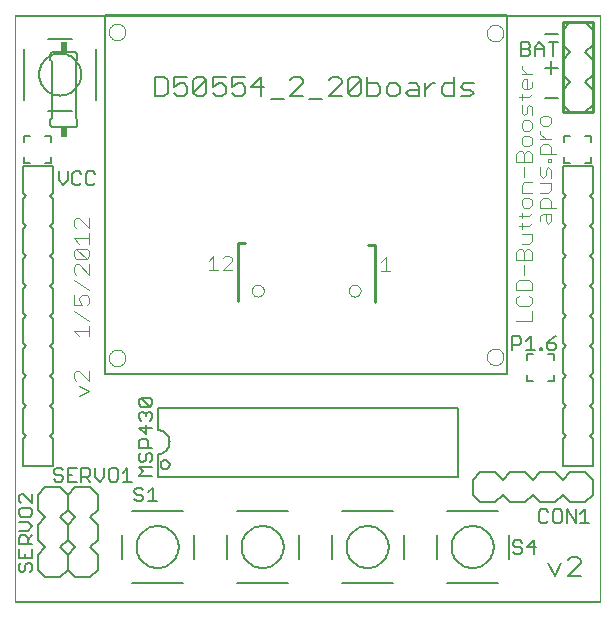
<source format=gto>
G75*
G70*
%OFA0B0*%
%FSLAX24Y24*%
%IPPOS*%
%LPD*%
%AMOC8*
5,1,8,0,0,1.08239X$1,22.5*
%
%ADD10C,0.0000*%
%ADD11C,0.0040*%
%ADD12C,0.0100*%
%ADD13C,0.0060*%
%ADD14C,0.0050*%
%ADD15C,0.0080*%
%ADD16R,0.0240X0.0340*%
D10*
X000736Y000100D02*
X000736Y019663D01*
X020252Y019663D01*
X020250Y019628D02*
X020250Y000128D01*
X000750Y000128D01*
X000750Y019628D01*
X020250Y019628D01*
X016477Y019071D02*
X016479Y019104D01*
X016485Y019136D01*
X016494Y019167D01*
X016507Y019197D01*
X016524Y019225D01*
X016544Y019251D01*
X016567Y019275D01*
X016592Y019295D01*
X016620Y019313D01*
X016649Y019327D01*
X016680Y019337D01*
X016712Y019344D01*
X016745Y019347D01*
X016778Y019346D01*
X016810Y019341D01*
X016841Y019332D01*
X016872Y019320D01*
X016900Y019304D01*
X016927Y019285D01*
X016951Y019263D01*
X016972Y019238D01*
X016991Y019211D01*
X017006Y019182D01*
X017017Y019152D01*
X017025Y019120D01*
X017029Y019087D01*
X017029Y019055D01*
X017025Y019022D01*
X017017Y018990D01*
X017006Y018960D01*
X016991Y018931D01*
X016972Y018904D01*
X016951Y018879D01*
X016927Y018857D01*
X016900Y018838D01*
X016872Y018822D01*
X016841Y018810D01*
X016810Y018801D01*
X016778Y018796D01*
X016745Y018795D01*
X016712Y018798D01*
X016680Y018805D01*
X016649Y018815D01*
X016620Y018829D01*
X016592Y018847D01*
X016567Y018867D01*
X016544Y018891D01*
X016524Y018917D01*
X016507Y018945D01*
X016494Y018975D01*
X016485Y019006D01*
X016479Y019038D01*
X016477Y019071D01*
X011871Y010489D02*
X011873Y010516D01*
X011879Y010543D01*
X011888Y010569D01*
X011901Y010593D01*
X011917Y010616D01*
X011936Y010635D01*
X011958Y010652D01*
X011982Y010666D01*
X012007Y010676D01*
X012034Y010683D01*
X012061Y010686D01*
X012089Y010685D01*
X012116Y010680D01*
X012142Y010672D01*
X012166Y010660D01*
X012189Y010644D01*
X012210Y010626D01*
X012227Y010605D01*
X012242Y010581D01*
X012253Y010556D01*
X012261Y010530D01*
X012265Y010503D01*
X012265Y010475D01*
X012261Y010448D01*
X012253Y010422D01*
X012242Y010397D01*
X012227Y010373D01*
X012210Y010352D01*
X012189Y010334D01*
X012167Y010318D01*
X012142Y010306D01*
X012116Y010298D01*
X012089Y010293D01*
X012061Y010292D01*
X012034Y010295D01*
X012007Y010302D01*
X011982Y010312D01*
X011958Y010326D01*
X011936Y010343D01*
X011917Y010362D01*
X011901Y010385D01*
X011888Y010409D01*
X011879Y010435D01*
X011873Y010462D01*
X011871Y010489D01*
X008643Y010489D02*
X008645Y010516D01*
X008651Y010543D01*
X008660Y010569D01*
X008673Y010593D01*
X008689Y010616D01*
X008708Y010635D01*
X008730Y010652D01*
X008754Y010666D01*
X008779Y010676D01*
X008806Y010683D01*
X008833Y010686D01*
X008861Y010685D01*
X008888Y010680D01*
X008914Y010672D01*
X008938Y010660D01*
X008961Y010644D01*
X008982Y010626D01*
X008999Y010605D01*
X009014Y010581D01*
X009025Y010556D01*
X009033Y010530D01*
X009037Y010503D01*
X009037Y010475D01*
X009033Y010448D01*
X009025Y010422D01*
X009014Y010397D01*
X008999Y010373D01*
X008982Y010352D01*
X008961Y010334D01*
X008939Y010318D01*
X008914Y010306D01*
X008888Y010298D01*
X008861Y010293D01*
X008833Y010292D01*
X008806Y010295D01*
X008779Y010302D01*
X008754Y010312D01*
X008730Y010326D01*
X008708Y010343D01*
X008689Y010362D01*
X008673Y010385D01*
X008660Y010409D01*
X008651Y010435D01*
X008645Y010462D01*
X008643Y010489D01*
X003879Y008245D02*
X003881Y008278D01*
X003887Y008310D01*
X003896Y008341D01*
X003909Y008371D01*
X003926Y008399D01*
X003946Y008425D01*
X003969Y008449D01*
X003994Y008469D01*
X004022Y008487D01*
X004051Y008501D01*
X004082Y008511D01*
X004114Y008518D01*
X004147Y008521D01*
X004180Y008520D01*
X004212Y008515D01*
X004243Y008506D01*
X004274Y008494D01*
X004302Y008478D01*
X004329Y008459D01*
X004353Y008437D01*
X004374Y008412D01*
X004393Y008385D01*
X004408Y008356D01*
X004419Y008326D01*
X004427Y008294D01*
X004431Y008261D01*
X004431Y008229D01*
X004427Y008196D01*
X004419Y008164D01*
X004408Y008134D01*
X004393Y008105D01*
X004374Y008078D01*
X004353Y008053D01*
X004329Y008031D01*
X004302Y008012D01*
X004274Y007996D01*
X004243Y007984D01*
X004212Y007975D01*
X004180Y007970D01*
X004147Y007969D01*
X004114Y007972D01*
X004082Y007979D01*
X004051Y007989D01*
X004022Y008003D01*
X003994Y008021D01*
X003969Y008041D01*
X003946Y008065D01*
X003926Y008091D01*
X003909Y008119D01*
X003896Y008149D01*
X003887Y008180D01*
X003881Y008212D01*
X003879Y008245D01*
X000736Y000100D02*
X020252Y000100D01*
X016477Y008284D02*
X016479Y008317D01*
X016485Y008349D01*
X016494Y008380D01*
X016507Y008410D01*
X016524Y008438D01*
X016544Y008464D01*
X016567Y008488D01*
X016592Y008508D01*
X016620Y008526D01*
X016649Y008540D01*
X016680Y008550D01*
X016712Y008557D01*
X016745Y008560D01*
X016778Y008559D01*
X016810Y008554D01*
X016841Y008545D01*
X016872Y008533D01*
X016900Y008517D01*
X016927Y008498D01*
X016951Y008476D01*
X016972Y008451D01*
X016991Y008424D01*
X017006Y008395D01*
X017017Y008365D01*
X017025Y008333D01*
X017029Y008300D01*
X017029Y008268D01*
X017025Y008235D01*
X017017Y008203D01*
X017006Y008173D01*
X016991Y008144D01*
X016972Y008117D01*
X016951Y008092D01*
X016927Y008070D01*
X016900Y008051D01*
X016872Y008035D01*
X016841Y008023D01*
X016810Y008014D01*
X016778Y008009D01*
X016745Y008008D01*
X016712Y008011D01*
X016680Y008018D01*
X016649Y008028D01*
X016620Y008042D01*
X016592Y008060D01*
X016567Y008080D01*
X016544Y008104D01*
X016524Y008130D01*
X016507Y008158D01*
X016494Y008188D01*
X016485Y008219D01*
X016479Y008251D01*
X016477Y008284D01*
X003879Y019111D02*
X003881Y019144D01*
X003887Y019176D01*
X003896Y019207D01*
X003909Y019237D01*
X003926Y019265D01*
X003946Y019291D01*
X003969Y019315D01*
X003994Y019335D01*
X004022Y019353D01*
X004051Y019367D01*
X004082Y019377D01*
X004114Y019384D01*
X004147Y019387D01*
X004180Y019386D01*
X004212Y019381D01*
X004243Y019372D01*
X004274Y019360D01*
X004302Y019344D01*
X004329Y019325D01*
X004353Y019303D01*
X004374Y019278D01*
X004393Y019251D01*
X004408Y019222D01*
X004419Y019192D01*
X004427Y019160D01*
X004431Y019127D01*
X004431Y019095D01*
X004427Y019062D01*
X004419Y019030D01*
X004408Y019000D01*
X004393Y018971D01*
X004374Y018944D01*
X004353Y018919D01*
X004329Y018897D01*
X004302Y018878D01*
X004274Y018862D01*
X004243Y018850D01*
X004212Y018841D01*
X004180Y018836D01*
X004147Y018835D01*
X004114Y018838D01*
X004082Y018845D01*
X004051Y018855D01*
X004022Y018869D01*
X003994Y018887D01*
X003969Y018907D01*
X003946Y018931D01*
X003926Y018957D01*
X003909Y018985D01*
X003896Y019015D01*
X003887Y019046D01*
X003881Y019078D01*
X003879Y019111D01*
D11*
X003230Y012919D02*
X003230Y012572D01*
X002883Y012919D01*
X002796Y012919D01*
X002710Y012832D01*
X002710Y012659D01*
X002796Y012572D01*
X002710Y012230D02*
X003230Y012230D01*
X003230Y012403D02*
X003230Y012056D01*
X003143Y011888D02*
X003230Y011801D01*
X003230Y011627D01*
X003143Y011541D01*
X002796Y011888D01*
X003143Y011888D01*
X002883Y012056D02*
X002710Y012230D01*
X002796Y011888D02*
X002710Y011801D01*
X002710Y011627D01*
X002796Y011541D01*
X003143Y011541D01*
X003230Y011372D02*
X003230Y011025D01*
X002883Y011372D01*
X002796Y011372D01*
X002710Y011285D01*
X002710Y011112D01*
X002796Y011025D01*
X002710Y010856D02*
X003230Y010509D01*
X003143Y010341D02*
X002970Y010341D01*
X002883Y010254D01*
X002883Y010167D01*
X002970Y009994D01*
X002710Y009994D01*
X002710Y010341D01*
X003143Y010341D02*
X003230Y010254D01*
X003230Y010081D01*
X003143Y009994D01*
X002710Y009825D02*
X003230Y009478D01*
X003230Y009309D02*
X003230Y008963D01*
X003230Y009136D02*
X002710Y009136D01*
X002883Y008963D01*
X002883Y007825D02*
X002796Y007825D01*
X002710Y007738D01*
X002710Y007565D01*
X002796Y007478D01*
X002883Y007309D02*
X003230Y007136D01*
X002883Y006963D01*
X003230Y007478D02*
X002883Y007825D01*
X003230Y007825D02*
X003230Y007478D01*
X007206Y011178D02*
X007513Y011178D01*
X007666Y011178D02*
X007973Y011485D01*
X007973Y011562D01*
X007897Y011638D01*
X007743Y011638D01*
X007666Y011562D01*
X007359Y011638D02*
X007359Y011178D01*
X007666Y011178D02*
X007973Y011178D01*
X007359Y011638D02*
X007206Y011485D01*
X012954Y011446D02*
X013108Y011599D01*
X013108Y011139D01*
X013261Y011139D02*
X012954Y011139D01*
X017460Y010754D02*
X017460Y010494D01*
X017980Y010494D01*
X017980Y010754D01*
X017893Y010841D01*
X017546Y010841D01*
X017460Y010754D01*
X017720Y011009D02*
X017720Y011356D01*
X017720Y011525D02*
X017720Y011785D01*
X017807Y011872D01*
X017893Y011872D01*
X017980Y011785D01*
X017980Y011525D01*
X017460Y011525D01*
X017460Y011785D01*
X017546Y011872D01*
X017633Y011872D01*
X017720Y011785D01*
X017633Y012041D02*
X017893Y012041D01*
X017980Y012127D01*
X017980Y012388D01*
X017633Y012388D01*
X017633Y012556D02*
X017633Y012730D01*
X017546Y012643D02*
X017893Y012643D01*
X017980Y012730D01*
X017893Y012987D02*
X017980Y013074D01*
X017893Y012987D02*
X017546Y012987D01*
X017633Y012900D02*
X017633Y013074D01*
X017720Y013244D02*
X017893Y013244D01*
X017980Y013331D01*
X017980Y013504D01*
X017893Y013591D01*
X017720Y013591D01*
X017633Y013504D01*
X017633Y013331D01*
X017720Y013244D01*
X017633Y013760D02*
X017633Y014020D01*
X017720Y014106D01*
X017980Y014106D01*
X018258Y014091D02*
X018605Y014091D01*
X018605Y013831D01*
X018518Y013744D01*
X018258Y013744D01*
X018345Y013575D02*
X018258Y013488D01*
X018258Y013228D01*
X018778Y013228D01*
X018605Y013228D02*
X018605Y013488D01*
X018518Y013575D01*
X018345Y013575D01*
X017980Y013760D02*
X017633Y013760D01*
X017720Y014275D02*
X017720Y014622D01*
X017720Y014791D02*
X017720Y015051D01*
X017807Y015138D01*
X017893Y015138D01*
X017980Y015051D01*
X017980Y014791D01*
X017460Y014791D01*
X017460Y015051D01*
X017546Y015138D01*
X017633Y015138D01*
X017720Y015051D01*
X017720Y015306D02*
X017893Y015306D01*
X017980Y015393D01*
X017980Y015567D01*
X017893Y015653D01*
X017720Y015653D01*
X017633Y015567D01*
X017633Y015393D01*
X017720Y015306D01*
X017720Y015822D02*
X017893Y015822D01*
X017980Y015909D01*
X017980Y016082D01*
X017893Y016169D01*
X017720Y016169D01*
X017633Y016082D01*
X017633Y015909D01*
X017720Y015822D01*
X017720Y016338D02*
X017633Y016424D01*
X017633Y016685D01*
X017633Y016853D02*
X017633Y017027D01*
X017546Y016940D02*
X017893Y016940D01*
X017980Y017027D01*
X017893Y017197D02*
X017720Y017197D01*
X017633Y017284D01*
X017633Y017457D01*
X017720Y017544D01*
X017807Y017544D01*
X017807Y017197D01*
X017893Y017197D02*
X017980Y017284D01*
X017980Y017457D01*
X017980Y017713D02*
X017633Y017713D01*
X017633Y017886D02*
X017633Y017973D01*
X017633Y017886D02*
X017807Y017713D01*
X017893Y016685D02*
X017807Y016598D01*
X017807Y016424D01*
X017720Y016338D01*
X017980Y016338D02*
X017980Y016598D01*
X017893Y016685D01*
X018258Y016238D02*
X018258Y016065D01*
X018345Y015978D01*
X018518Y015978D01*
X018605Y016065D01*
X018605Y016238D01*
X018518Y016325D01*
X018345Y016325D01*
X018258Y016238D01*
X018258Y015809D02*
X018258Y015722D01*
X018432Y015549D01*
X018605Y015549D02*
X018258Y015549D01*
X018345Y015380D02*
X018258Y015293D01*
X018258Y015033D01*
X018778Y015033D01*
X018605Y015033D02*
X018605Y015293D01*
X018518Y015380D01*
X018345Y015380D01*
X018518Y014862D02*
X018605Y014862D01*
X018605Y014775D01*
X018518Y014775D01*
X018518Y014862D01*
X018518Y014606D02*
X018432Y014520D01*
X018432Y014346D01*
X018345Y014259D01*
X018258Y014346D01*
X018258Y014606D01*
X018518Y014606D02*
X018605Y014520D01*
X018605Y014259D01*
X018605Y013059D02*
X018345Y013059D01*
X018258Y012973D01*
X018258Y012799D01*
X018432Y012799D02*
X018432Y013059D01*
X018605Y013059D02*
X018605Y012799D01*
X018518Y012713D01*
X018432Y012799D01*
X017893Y010325D02*
X017980Y010238D01*
X017980Y010065D01*
X017893Y009978D01*
X017546Y009978D01*
X017460Y010065D01*
X017460Y010238D01*
X017546Y010325D01*
X017980Y009809D02*
X017980Y009463D01*
X017460Y009463D01*
D12*
X012737Y010095D02*
X012737Y012024D01*
X012501Y012024D01*
X008406Y012064D02*
X008170Y012064D01*
X008170Y010134D01*
X019000Y016443D02*
X020000Y016443D01*
X020000Y019443D01*
X019000Y019443D01*
X019000Y016443D01*
D13*
X018832Y016918D02*
X018405Y016918D01*
X018619Y017704D02*
X018619Y018131D01*
X018405Y017918D02*
X018832Y017918D01*
X018832Y019043D02*
X018405Y019043D01*
X016037Y017400D02*
X015717Y017400D01*
X015610Y017293D01*
X015717Y017186D01*
X015931Y017186D01*
X016037Y017079D01*
X015931Y016973D01*
X015610Y016973D01*
X015393Y016973D02*
X015073Y016973D01*
X014966Y017079D01*
X014966Y017293D01*
X015073Y017400D01*
X015393Y017400D01*
X015393Y017613D02*
X015393Y016973D01*
X014749Y017400D02*
X014642Y017400D01*
X014429Y017186D01*
X014429Y016973D02*
X014429Y017400D01*
X014211Y017293D02*
X014211Y016973D01*
X013891Y016973D01*
X013784Y017079D01*
X013891Y017186D01*
X014211Y017186D01*
X014211Y017293D02*
X014104Y017400D01*
X013891Y017400D01*
X013567Y017293D02*
X013567Y017079D01*
X013460Y016973D01*
X013246Y016973D01*
X013140Y017079D01*
X013140Y017293D01*
X013246Y017400D01*
X013460Y017400D01*
X013567Y017293D01*
X012922Y017293D02*
X012922Y017079D01*
X012815Y016973D01*
X012495Y016973D01*
X012495Y017613D01*
X012495Y017400D02*
X012815Y017400D01*
X012922Y017293D01*
X012278Y017506D02*
X012278Y017079D01*
X012171Y016973D01*
X011957Y016973D01*
X011850Y017079D01*
X012278Y017506D01*
X012171Y017613D01*
X011957Y017613D01*
X011850Y017506D01*
X011850Y017079D01*
X011633Y016973D02*
X011206Y016973D01*
X011633Y017400D01*
X011633Y017506D01*
X011526Y017613D01*
X011313Y017613D01*
X011206Y017506D01*
X010988Y016866D02*
X010561Y016866D01*
X010344Y016973D02*
X009917Y016973D01*
X010344Y017400D01*
X010344Y017506D01*
X010237Y017613D01*
X010024Y017613D01*
X009917Y017506D01*
X009699Y016866D02*
X009272Y016866D01*
X008948Y016973D02*
X008948Y017613D01*
X008628Y017293D01*
X009055Y017293D01*
X008410Y017293D02*
X008410Y017079D01*
X008303Y016973D01*
X008090Y016973D01*
X007983Y017079D01*
X007983Y017293D02*
X008197Y017400D01*
X008303Y017400D01*
X008410Y017293D01*
X008410Y017613D02*
X007983Y017613D01*
X007983Y017293D01*
X007766Y017293D02*
X007766Y017079D01*
X007659Y016973D01*
X007445Y016973D01*
X007339Y017079D01*
X007339Y017293D02*
X007552Y017400D01*
X007659Y017400D01*
X007766Y017293D01*
X007766Y017613D02*
X007339Y017613D01*
X007339Y017293D01*
X007121Y017506D02*
X007121Y017079D01*
X007014Y016973D01*
X006801Y016973D01*
X006694Y017079D01*
X007121Y017506D01*
X007014Y017613D01*
X006801Y017613D01*
X006694Y017506D01*
X006694Y017079D01*
X006477Y017079D02*
X006370Y016973D01*
X006156Y016973D01*
X006050Y017079D01*
X006050Y017293D02*
X006263Y017400D01*
X006370Y017400D01*
X006477Y017293D01*
X006477Y017079D01*
X006050Y017293D02*
X006050Y017613D01*
X006477Y017613D01*
X005832Y017506D02*
X005832Y017079D01*
X005725Y016973D01*
X005405Y016973D01*
X005405Y017613D01*
X005725Y017613D01*
X005832Y017506D01*
X002825Y018193D02*
X002825Y018343D01*
X002823Y018360D01*
X002819Y018377D01*
X002812Y018393D01*
X002802Y018407D01*
X002789Y018420D01*
X002775Y018430D01*
X002759Y018437D01*
X002742Y018441D01*
X002725Y018443D01*
X002025Y018443D01*
X002008Y018441D01*
X001991Y018437D01*
X001975Y018430D01*
X001961Y018420D01*
X001948Y018407D01*
X001938Y018393D01*
X001931Y018377D01*
X001927Y018360D01*
X001925Y018343D01*
X001925Y018193D01*
X001975Y018143D01*
X001975Y016243D01*
X001925Y016193D01*
X001925Y016043D01*
X001927Y016026D01*
X001931Y016009D01*
X001938Y015993D01*
X001948Y015979D01*
X001961Y015966D01*
X001975Y015956D01*
X001991Y015949D01*
X002008Y015945D01*
X002025Y015943D01*
X002725Y015943D01*
X002742Y015945D01*
X002759Y015949D01*
X002775Y015956D01*
X002789Y015966D01*
X002802Y015979D01*
X002812Y015993D01*
X002819Y016009D01*
X002823Y016026D01*
X002825Y016043D01*
X002825Y016193D01*
X002775Y016243D01*
X002775Y018143D01*
X002825Y018193D01*
X001950Y015643D02*
X001750Y015643D01*
X001950Y015643D02*
X001950Y015443D01*
X001950Y014943D02*
X001950Y014743D01*
X001750Y014743D01*
X001250Y014743D02*
X001050Y014743D01*
X001050Y014943D01*
X001050Y015443D02*
X001050Y015643D01*
X001250Y015643D01*
X005498Y006593D02*
X005498Y005843D01*
X005537Y005841D01*
X005576Y005835D01*
X005614Y005826D01*
X005651Y005813D01*
X005687Y005796D01*
X005720Y005776D01*
X005752Y005752D01*
X005781Y005726D01*
X005807Y005697D01*
X005831Y005665D01*
X005851Y005632D01*
X005868Y005596D01*
X005881Y005559D01*
X005890Y005521D01*
X005896Y005482D01*
X005898Y005443D01*
X005896Y005404D01*
X005890Y005365D01*
X005881Y005327D01*
X005868Y005290D01*
X005851Y005254D01*
X005831Y005221D01*
X005807Y005189D01*
X005781Y005160D01*
X005752Y005134D01*
X005720Y005110D01*
X005687Y005090D01*
X005651Y005073D01*
X005614Y005060D01*
X005576Y005051D01*
X005537Y005045D01*
X005498Y005043D01*
X005498Y004293D01*
X015498Y004293D01*
X015498Y006593D01*
X005498Y006593D01*
X017800Y007493D02*
X018000Y007493D01*
X017800Y007493D02*
X017800Y007693D01*
X017800Y008193D02*
X017800Y008393D01*
X018000Y008393D01*
X018500Y008393D02*
X018700Y008393D01*
X018700Y008193D01*
X018700Y007693D02*
X018700Y007493D01*
X018500Y007493D01*
X019281Y001613D02*
X019175Y001506D01*
X019281Y001613D02*
X019495Y001613D01*
X019602Y001506D01*
X019602Y001400D01*
X019175Y000973D01*
X019602Y000973D01*
X018957Y001400D02*
X018744Y000973D01*
X018530Y001400D01*
X019050Y014743D02*
X019250Y014743D01*
X019050Y014743D02*
X019050Y014943D01*
X019050Y015443D02*
X019050Y015643D01*
X019250Y015643D01*
X019750Y015643D02*
X019950Y015643D01*
X019950Y015443D01*
X019950Y014943D02*
X019950Y014743D01*
X019750Y014743D01*
D14*
X020000Y014628D02*
X020000Y013728D01*
X019900Y013628D01*
X020000Y013528D01*
X020000Y012728D01*
X019900Y012628D01*
X020000Y012528D01*
X020000Y011728D01*
X019900Y011628D01*
X020000Y011528D01*
X020000Y010728D01*
X019900Y010628D01*
X020000Y010528D01*
X020000Y009728D01*
X019900Y009628D01*
X020000Y009528D01*
X020000Y008728D01*
X019900Y008628D01*
X020000Y008528D01*
X020000Y007728D01*
X019900Y007628D01*
X020000Y007528D01*
X020000Y006728D01*
X019900Y006628D01*
X020000Y006528D01*
X020000Y005728D01*
X019900Y005628D01*
X020000Y005528D01*
X020000Y004628D01*
X019000Y004628D01*
X019000Y005528D01*
X019100Y005628D01*
X019000Y005728D01*
X019000Y006528D01*
X019100Y006628D01*
X019000Y006728D01*
X019000Y007528D01*
X019100Y007628D01*
X019000Y007728D01*
X019000Y008528D01*
X019100Y008628D01*
X019000Y008728D01*
X019000Y009528D01*
X019100Y009628D01*
X019000Y009728D01*
X019000Y010528D01*
X019100Y010628D01*
X019000Y010728D01*
X019000Y011528D01*
X019100Y011628D01*
X019000Y011728D01*
X019000Y012528D01*
X019100Y012628D01*
X019000Y012728D01*
X019000Y013528D01*
X019100Y013628D01*
X019000Y013728D01*
X019000Y014628D01*
X020000Y014628D01*
X018691Y018313D02*
X018691Y018763D01*
X018541Y018763D02*
X018841Y018763D01*
X018381Y018613D02*
X018381Y018313D01*
X018381Y018538D02*
X018080Y018538D01*
X018080Y018613D02*
X018231Y018763D01*
X018381Y018613D01*
X018080Y018613D02*
X018080Y018313D01*
X017920Y018388D02*
X017845Y018313D01*
X017620Y018313D01*
X017620Y018763D01*
X017845Y018763D01*
X017920Y018688D01*
X017920Y018613D01*
X017845Y018538D01*
X017620Y018538D01*
X017845Y018538D02*
X017920Y018463D01*
X017920Y018388D01*
X017147Y019662D02*
X003761Y019662D01*
X003761Y007694D01*
X017147Y007694D01*
X017147Y019662D01*
X017325Y008968D02*
X017550Y008968D01*
X017625Y008893D01*
X017625Y008743D01*
X017550Y008668D01*
X017325Y008668D01*
X017325Y008518D02*
X017325Y008968D01*
X017785Y008818D02*
X017936Y008968D01*
X017936Y008518D01*
X018086Y008518D02*
X017785Y008518D01*
X018246Y008518D02*
X018321Y008518D01*
X018321Y008593D01*
X018246Y008593D01*
X018246Y008518D01*
X018476Y008593D02*
X018551Y008518D01*
X018701Y008518D01*
X018776Y008593D01*
X018776Y008668D01*
X018701Y008743D01*
X018476Y008743D01*
X018476Y008593D01*
X018476Y008743D02*
X018626Y008893D01*
X018776Y008968D01*
X018749Y003198D02*
X018674Y003123D01*
X018674Y002823D01*
X018749Y002748D01*
X018899Y002748D01*
X018974Y002823D01*
X018974Y003123D01*
X018899Y003198D01*
X018749Y003198D01*
X019134Y003198D02*
X019434Y002748D01*
X019434Y003198D01*
X019595Y003048D02*
X019745Y003198D01*
X019745Y002748D01*
X019595Y002748D02*
X019895Y002748D01*
X019134Y002748D02*
X019134Y003198D01*
X018514Y003123D02*
X018439Y003198D01*
X018288Y003198D01*
X018213Y003123D01*
X018213Y002823D01*
X018288Y002748D01*
X018439Y002748D01*
X018514Y002823D01*
X018040Y002168D02*
X017815Y001943D01*
X018115Y001943D01*
X018040Y001718D02*
X018040Y002168D01*
X017654Y002093D02*
X017579Y002168D01*
X017429Y002168D01*
X017354Y002093D01*
X017354Y002018D01*
X017429Y001943D01*
X017579Y001943D01*
X017654Y001868D01*
X017654Y001793D01*
X017579Y001718D01*
X017429Y001718D01*
X017354Y001793D01*
X005600Y004693D02*
X005602Y004717D01*
X005608Y004741D01*
X005617Y004763D01*
X005630Y004783D01*
X005646Y004801D01*
X005665Y004816D01*
X005686Y004829D01*
X005708Y004837D01*
X005732Y004842D01*
X005756Y004843D01*
X005780Y004840D01*
X005803Y004833D01*
X005825Y004823D01*
X005845Y004809D01*
X005862Y004792D01*
X005877Y004773D01*
X005888Y004752D01*
X005896Y004729D01*
X005900Y004705D01*
X005900Y004681D01*
X005896Y004657D01*
X005888Y004634D01*
X005877Y004613D01*
X005862Y004594D01*
X005845Y004577D01*
X005825Y004563D01*
X005803Y004553D01*
X005780Y004546D01*
X005756Y004543D01*
X005732Y004544D01*
X005708Y004549D01*
X005686Y004557D01*
X005665Y004570D01*
X005646Y004585D01*
X005630Y004603D01*
X005617Y004623D01*
X005608Y004645D01*
X005602Y004669D01*
X005600Y004693D01*
X005323Y004618D02*
X004873Y004618D01*
X005023Y004468D01*
X004873Y004318D01*
X005323Y004318D01*
X005340Y003918D02*
X005340Y003468D01*
X005190Y003468D02*
X005490Y003468D01*
X005190Y003768D02*
X005340Y003918D01*
X005029Y003843D02*
X004954Y003918D01*
X004804Y003918D01*
X004729Y003843D01*
X004729Y003768D01*
X004804Y003693D01*
X004954Y003693D01*
X005029Y003618D01*
X005029Y003543D01*
X004954Y003468D01*
X004804Y003468D01*
X004729Y003543D01*
X004645Y004123D02*
X004345Y004123D01*
X004495Y004123D02*
X004495Y004573D01*
X004345Y004423D01*
X004184Y004498D02*
X004184Y004198D01*
X004109Y004123D01*
X003959Y004123D01*
X003884Y004198D01*
X003884Y004498D01*
X003959Y004573D01*
X004109Y004573D01*
X004184Y004498D01*
X003724Y004573D02*
X003724Y004273D01*
X003574Y004123D01*
X003424Y004273D01*
X003424Y004573D01*
X003264Y004498D02*
X003264Y004348D01*
X003189Y004273D01*
X002963Y004273D01*
X002963Y004123D02*
X002963Y004573D01*
X003189Y004573D01*
X003264Y004498D01*
X003114Y004273D02*
X003264Y004123D01*
X002803Y004123D02*
X002503Y004123D01*
X002503Y004573D01*
X002803Y004573D01*
X002653Y004348D02*
X002503Y004348D01*
X002343Y004273D02*
X002343Y004198D01*
X002268Y004123D01*
X002118Y004123D01*
X002043Y004198D01*
X002118Y004348D02*
X002268Y004348D01*
X002343Y004273D01*
X002343Y004498D02*
X002268Y004573D01*
X002118Y004573D01*
X002043Y004498D01*
X002043Y004423D01*
X002118Y004348D01*
X002000Y004628D02*
X001000Y004628D01*
X001000Y005528D01*
X001100Y005628D01*
X001000Y005728D01*
X001000Y006528D01*
X001100Y006628D01*
X001000Y006728D01*
X001000Y007528D01*
X001100Y007628D01*
X001000Y007728D01*
X001000Y008528D01*
X001100Y008628D01*
X001000Y008728D01*
X001000Y009528D01*
X001100Y009628D01*
X001000Y009728D01*
X001000Y010528D01*
X001100Y010628D01*
X001000Y010728D01*
X001000Y011528D01*
X001100Y011628D01*
X001000Y011728D01*
X001000Y012528D01*
X001100Y012628D01*
X001000Y012728D01*
X001000Y013528D01*
X001100Y013628D01*
X001000Y013728D01*
X001000Y014628D01*
X002000Y014628D01*
X002000Y013728D01*
X001900Y013628D01*
X002000Y013528D01*
X002000Y012728D01*
X001900Y012628D01*
X002000Y012528D01*
X002000Y011728D01*
X001900Y011628D01*
X002000Y011528D01*
X002000Y010728D01*
X001900Y010628D01*
X002000Y010528D01*
X002000Y009728D01*
X001900Y009628D01*
X002000Y009528D01*
X002000Y008728D01*
X001900Y008628D01*
X002000Y008528D01*
X002000Y007728D01*
X001900Y007628D01*
X002000Y007528D01*
X002000Y006728D01*
X001900Y006628D01*
X002000Y006528D01*
X002000Y005728D01*
X001900Y005628D01*
X002000Y005528D01*
X002000Y004628D01*
X001320Y003712D02*
X001320Y003412D01*
X001020Y003712D01*
X000945Y003712D01*
X000870Y003637D01*
X000870Y003487D01*
X000945Y003412D01*
X000945Y003252D02*
X000870Y003177D01*
X000870Y003027D01*
X000945Y002952D01*
X001245Y002952D01*
X001320Y003027D01*
X001320Y003177D01*
X001245Y003252D01*
X000945Y003252D01*
X000870Y002792D02*
X001170Y002792D01*
X001320Y002641D01*
X001170Y002491D01*
X000870Y002491D01*
X000945Y002331D02*
X001095Y002331D01*
X001170Y002256D01*
X001170Y002031D01*
X001320Y002031D02*
X000870Y002031D01*
X000870Y002256D01*
X000945Y002331D01*
X001170Y002181D02*
X001320Y002331D01*
X001320Y001871D02*
X001320Y001571D01*
X000870Y001571D01*
X000870Y001871D01*
X001095Y001721D02*
X001095Y001571D01*
X001170Y001410D02*
X001245Y001410D01*
X001320Y001335D01*
X001320Y001185D01*
X001245Y001110D01*
X001095Y001185D02*
X001095Y001335D01*
X001170Y001410D01*
X000945Y001410D02*
X000870Y001335D01*
X000870Y001185D01*
X000945Y001110D01*
X001020Y001110D01*
X001095Y001185D01*
X004873Y004853D02*
X004948Y004778D01*
X005023Y004778D01*
X005098Y004853D01*
X005098Y005003D01*
X005173Y005078D01*
X005248Y005078D01*
X005323Y005003D01*
X005323Y004853D01*
X005248Y004778D01*
X004948Y005078D02*
X004873Y005003D01*
X004873Y004853D01*
X004873Y005238D02*
X004873Y005463D01*
X004948Y005539D01*
X005098Y005539D01*
X005173Y005463D01*
X005173Y005238D01*
X005323Y005238D02*
X004873Y005238D01*
X005098Y005699D02*
X005098Y005999D01*
X005248Y006159D02*
X005323Y006234D01*
X005323Y006384D01*
X005248Y006459D01*
X005173Y006459D01*
X005098Y006384D01*
X005098Y006309D01*
X005098Y006384D02*
X005023Y006459D01*
X004948Y006459D01*
X004873Y006384D01*
X004873Y006234D01*
X004948Y006159D01*
X004873Y005924D02*
X005098Y005699D01*
X005323Y005924D02*
X004873Y005924D01*
X004948Y006619D02*
X004873Y006695D01*
X004873Y006845D01*
X004948Y006920D01*
X005248Y006619D01*
X005323Y006695D01*
X005323Y006845D01*
X005248Y006920D01*
X004948Y006920D01*
X004948Y006619D02*
X005248Y006619D01*
X003346Y014018D02*
X003196Y014018D01*
X003121Y014093D01*
X003121Y014393D01*
X003196Y014468D01*
X003346Y014468D01*
X003421Y014393D01*
X003421Y014093D02*
X003346Y014018D01*
X002961Y014093D02*
X002886Y014018D01*
X002735Y014018D01*
X002660Y014093D01*
X002660Y014393D01*
X002735Y014468D01*
X002886Y014468D01*
X002961Y014393D01*
X002500Y014468D02*
X002500Y014168D01*
X002350Y014018D01*
X002200Y014168D01*
X002200Y014468D01*
D15*
X001845Y016493D02*
X002650Y016493D01*
X003450Y016843D02*
X003450Y018543D01*
X002650Y018893D02*
X001857Y018893D01*
X001050Y018543D02*
X001050Y016843D01*
X001550Y017693D02*
X001552Y017745D01*
X001558Y017797D01*
X001568Y017849D01*
X001581Y017899D01*
X001598Y017949D01*
X001619Y017997D01*
X001644Y018043D01*
X001672Y018087D01*
X001703Y018129D01*
X001737Y018169D01*
X001774Y018206D01*
X001814Y018240D01*
X001856Y018271D01*
X001900Y018299D01*
X001946Y018324D01*
X001994Y018345D01*
X002044Y018362D01*
X002094Y018375D01*
X002146Y018385D01*
X002198Y018391D01*
X002250Y018393D01*
X002302Y018391D01*
X002354Y018385D01*
X002406Y018375D01*
X002456Y018362D01*
X002506Y018345D01*
X002554Y018324D01*
X002600Y018299D01*
X002644Y018271D01*
X002686Y018240D01*
X002726Y018206D01*
X002763Y018169D01*
X002797Y018129D01*
X002828Y018087D01*
X002856Y018043D01*
X002881Y017997D01*
X002902Y017949D01*
X002919Y017899D01*
X002932Y017849D01*
X002942Y017797D01*
X002948Y017745D01*
X002950Y017693D01*
X002948Y017641D01*
X002942Y017589D01*
X002932Y017537D01*
X002919Y017487D01*
X002902Y017437D01*
X002881Y017389D01*
X002856Y017343D01*
X002828Y017299D01*
X002797Y017257D01*
X002763Y017217D01*
X002726Y017180D01*
X002686Y017146D01*
X002644Y017115D01*
X002600Y017087D01*
X002554Y017062D01*
X002506Y017041D01*
X002456Y017024D01*
X002406Y017011D01*
X002354Y017001D01*
X002302Y016995D01*
X002250Y016993D01*
X002198Y016995D01*
X002146Y017001D01*
X002094Y017011D01*
X002044Y017024D01*
X001994Y017041D01*
X001946Y017062D01*
X001900Y017087D01*
X001856Y017115D01*
X001814Y017146D01*
X001774Y017180D01*
X001737Y017217D01*
X001703Y017257D01*
X001672Y017299D01*
X001644Y017343D01*
X001619Y017389D01*
X001598Y017437D01*
X001581Y017487D01*
X001568Y017537D01*
X001558Y017589D01*
X001552Y017641D01*
X001550Y017693D01*
X001750Y003943D02*
X001500Y003693D01*
X001500Y003193D01*
X001750Y002943D01*
X001500Y002693D01*
X001500Y002193D01*
X001750Y001943D01*
X001500Y001693D01*
X001500Y001193D01*
X001750Y000943D01*
X002250Y000943D01*
X002500Y001193D01*
X002500Y001693D01*
X002250Y001943D01*
X002500Y002193D01*
X002500Y002693D01*
X002250Y002943D01*
X002500Y003193D01*
X002500Y003693D01*
X002250Y003943D01*
X001750Y003943D01*
X002500Y003693D02*
X002500Y003193D01*
X002750Y002943D01*
X002500Y002693D01*
X002500Y002193D01*
X002750Y001943D01*
X002500Y001693D01*
X002500Y001193D01*
X002750Y000943D01*
X003250Y000943D01*
X003500Y001193D01*
X003500Y001693D01*
X003250Y001943D01*
X003500Y002193D01*
X003500Y002693D01*
X003250Y002943D01*
X003500Y003193D01*
X003500Y003693D01*
X003250Y003943D01*
X002750Y003943D01*
X002500Y003693D01*
X004300Y002343D02*
X004300Y001550D01*
X004650Y000743D02*
X006350Y000743D01*
X006700Y001538D02*
X006700Y002343D01*
X006350Y003143D02*
X004650Y003143D01*
X004800Y001943D02*
X004802Y001995D01*
X004808Y002047D01*
X004818Y002099D01*
X004831Y002149D01*
X004848Y002199D01*
X004869Y002247D01*
X004894Y002293D01*
X004922Y002337D01*
X004953Y002379D01*
X004987Y002419D01*
X005024Y002456D01*
X005064Y002490D01*
X005106Y002521D01*
X005150Y002549D01*
X005196Y002574D01*
X005244Y002595D01*
X005294Y002612D01*
X005344Y002625D01*
X005396Y002635D01*
X005448Y002641D01*
X005500Y002643D01*
X005552Y002641D01*
X005604Y002635D01*
X005656Y002625D01*
X005706Y002612D01*
X005756Y002595D01*
X005804Y002574D01*
X005850Y002549D01*
X005894Y002521D01*
X005936Y002490D01*
X005976Y002456D01*
X006013Y002419D01*
X006047Y002379D01*
X006078Y002337D01*
X006106Y002293D01*
X006131Y002247D01*
X006152Y002199D01*
X006169Y002149D01*
X006182Y002099D01*
X006192Y002047D01*
X006198Y001995D01*
X006200Y001943D01*
X006198Y001891D01*
X006192Y001839D01*
X006182Y001787D01*
X006169Y001737D01*
X006152Y001687D01*
X006131Y001639D01*
X006106Y001593D01*
X006078Y001549D01*
X006047Y001507D01*
X006013Y001467D01*
X005976Y001430D01*
X005936Y001396D01*
X005894Y001365D01*
X005850Y001337D01*
X005804Y001312D01*
X005756Y001291D01*
X005706Y001274D01*
X005656Y001261D01*
X005604Y001251D01*
X005552Y001245D01*
X005500Y001243D01*
X005448Y001245D01*
X005396Y001251D01*
X005344Y001261D01*
X005294Y001274D01*
X005244Y001291D01*
X005196Y001312D01*
X005150Y001337D01*
X005106Y001365D01*
X005064Y001396D01*
X005024Y001430D01*
X004987Y001467D01*
X004953Y001507D01*
X004922Y001549D01*
X004894Y001593D01*
X004869Y001639D01*
X004848Y001687D01*
X004831Y001737D01*
X004818Y001787D01*
X004808Y001839D01*
X004802Y001891D01*
X004800Y001943D01*
X007800Y001550D02*
X007800Y002343D01*
X008150Y003143D02*
X009850Y003143D01*
X010200Y002343D02*
X010200Y001538D01*
X009850Y000743D02*
X008150Y000743D01*
X008300Y001943D02*
X008302Y001995D01*
X008308Y002047D01*
X008318Y002099D01*
X008331Y002149D01*
X008348Y002199D01*
X008369Y002247D01*
X008394Y002293D01*
X008422Y002337D01*
X008453Y002379D01*
X008487Y002419D01*
X008524Y002456D01*
X008564Y002490D01*
X008606Y002521D01*
X008650Y002549D01*
X008696Y002574D01*
X008744Y002595D01*
X008794Y002612D01*
X008844Y002625D01*
X008896Y002635D01*
X008948Y002641D01*
X009000Y002643D01*
X009052Y002641D01*
X009104Y002635D01*
X009156Y002625D01*
X009206Y002612D01*
X009256Y002595D01*
X009304Y002574D01*
X009350Y002549D01*
X009394Y002521D01*
X009436Y002490D01*
X009476Y002456D01*
X009513Y002419D01*
X009547Y002379D01*
X009578Y002337D01*
X009606Y002293D01*
X009631Y002247D01*
X009652Y002199D01*
X009669Y002149D01*
X009682Y002099D01*
X009692Y002047D01*
X009698Y001995D01*
X009700Y001943D01*
X009698Y001891D01*
X009692Y001839D01*
X009682Y001787D01*
X009669Y001737D01*
X009652Y001687D01*
X009631Y001639D01*
X009606Y001593D01*
X009578Y001549D01*
X009547Y001507D01*
X009513Y001467D01*
X009476Y001430D01*
X009436Y001396D01*
X009394Y001365D01*
X009350Y001337D01*
X009304Y001312D01*
X009256Y001291D01*
X009206Y001274D01*
X009156Y001261D01*
X009104Y001251D01*
X009052Y001245D01*
X009000Y001243D01*
X008948Y001245D01*
X008896Y001251D01*
X008844Y001261D01*
X008794Y001274D01*
X008744Y001291D01*
X008696Y001312D01*
X008650Y001337D01*
X008606Y001365D01*
X008564Y001396D01*
X008524Y001430D01*
X008487Y001467D01*
X008453Y001507D01*
X008422Y001549D01*
X008394Y001593D01*
X008369Y001639D01*
X008348Y001687D01*
X008331Y001737D01*
X008318Y001787D01*
X008308Y001839D01*
X008302Y001891D01*
X008300Y001943D01*
X011300Y001550D02*
X011300Y002343D01*
X011650Y003143D02*
X013350Y003143D01*
X013700Y002343D02*
X013700Y001538D01*
X013350Y000743D02*
X011650Y000743D01*
X011800Y001943D02*
X011802Y001995D01*
X011808Y002047D01*
X011818Y002099D01*
X011831Y002149D01*
X011848Y002199D01*
X011869Y002247D01*
X011894Y002293D01*
X011922Y002337D01*
X011953Y002379D01*
X011987Y002419D01*
X012024Y002456D01*
X012064Y002490D01*
X012106Y002521D01*
X012150Y002549D01*
X012196Y002574D01*
X012244Y002595D01*
X012294Y002612D01*
X012344Y002625D01*
X012396Y002635D01*
X012448Y002641D01*
X012500Y002643D01*
X012552Y002641D01*
X012604Y002635D01*
X012656Y002625D01*
X012706Y002612D01*
X012756Y002595D01*
X012804Y002574D01*
X012850Y002549D01*
X012894Y002521D01*
X012936Y002490D01*
X012976Y002456D01*
X013013Y002419D01*
X013047Y002379D01*
X013078Y002337D01*
X013106Y002293D01*
X013131Y002247D01*
X013152Y002199D01*
X013169Y002149D01*
X013182Y002099D01*
X013192Y002047D01*
X013198Y001995D01*
X013200Y001943D01*
X013198Y001891D01*
X013192Y001839D01*
X013182Y001787D01*
X013169Y001737D01*
X013152Y001687D01*
X013131Y001639D01*
X013106Y001593D01*
X013078Y001549D01*
X013047Y001507D01*
X013013Y001467D01*
X012976Y001430D01*
X012936Y001396D01*
X012894Y001365D01*
X012850Y001337D01*
X012804Y001312D01*
X012756Y001291D01*
X012706Y001274D01*
X012656Y001261D01*
X012604Y001251D01*
X012552Y001245D01*
X012500Y001243D01*
X012448Y001245D01*
X012396Y001251D01*
X012344Y001261D01*
X012294Y001274D01*
X012244Y001291D01*
X012196Y001312D01*
X012150Y001337D01*
X012106Y001365D01*
X012064Y001396D01*
X012024Y001430D01*
X011987Y001467D01*
X011953Y001507D01*
X011922Y001549D01*
X011894Y001593D01*
X011869Y001639D01*
X011848Y001687D01*
X011831Y001737D01*
X011818Y001787D01*
X011808Y001839D01*
X011802Y001891D01*
X011800Y001943D01*
X014800Y001550D02*
X014800Y002343D01*
X015150Y003143D02*
X016850Y003143D01*
X016750Y003443D02*
X017000Y003693D01*
X017250Y003443D01*
X017750Y003443D01*
X018000Y003693D01*
X018250Y003443D01*
X018750Y003443D01*
X019000Y003693D01*
X019250Y003443D01*
X019750Y003443D01*
X020000Y003693D01*
X020000Y004193D01*
X019750Y004443D01*
X019250Y004443D01*
X019000Y004193D01*
X018750Y004443D01*
X018250Y004443D01*
X018000Y004193D01*
X017750Y004443D01*
X017250Y004443D01*
X017000Y004193D01*
X016750Y004443D01*
X016250Y004443D01*
X016000Y004193D01*
X016000Y003693D01*
X016250Y003443D01*
X016750Y003443D01*
X017200Y002343D02*
X017200Y001538D01*
X016850Y000743D02*
X015150Y000743D01*
X015300Y001943D02*
X015302Y001995D01*
X015308Y002047D01*
X015318Y002099D01*
X015331Y002149D01*
X015348Y002199D01*
X015369Y002247D01*
X015394Y002293D01*
X015422Y002337D01*
X015453Y002379D01*
X015487Y002419D01*
X015524Y002456D01*
X015564Y002490D01*
X015606Y002521D01*
X015650Y002549D01*
X015696Y002574D01*
X015744Y002595D01*
X015794Y002612D01*
X015844Y002625D01*
X015896Y002635D01*
X015948Y002641D01*
X016000Y002643D01*
X016052Y002641D01*
X016104Y002635D01*
X016156Y002625D01*
X016206Y002612D01*
X016256Y002595D01*
X016304Y002574D01*
X016350Y002549D01*
X016394Y002521D01*
X016436Y002490D01*
X016476Y002456D01*
X016513Y002419D01*
X016547Y002379D01*
X016578Y002337D01*
X016606Y002293D01*
X016631Y002247D01*
X016652Y002199D01*
X016669Y002149D01*
X016682Y002099D01*
X016692Y002047D01*
X016698Y001995D01*
X016700Y001943D01*
X016698Y001891D01*
X016692Y001839D01*
X016682Y001787D01*
X016669Y001737D01*
X016652Y001687D01*
X016631Y001639D01*
X016606Y001593D01*
X016578Y001549D01*
X016547Y001507D01*
X016513Y001467D01*
X016476Y001430D01*
X016436Y001396D01*
X016394Y001365D01*
X016350Y001337D01*
X016304Y001312D01*
X016256Y001291D01*
X016206Y001274D01*
X016156Y001261D01*
X016104Y001251D01*
X016052Y001245D01*
X016000Y001243D01*
X015948Y001245D01*
X015896Y001251D01*
X015844Y001261D01*
X015794Y001274D01*
X015744Y001291D01*
X015696Y001312D01*
X015650Y001337D01*
X015606Y001365D01*
X015564Y001396D01*
X015524Y001430D01*
X015487Y001467D01*
X015453Y001507D01*
X015422Y001549D01*
X015394Y001593D01*
X015369Y001639D01*
X015348Y001687D01*
X015331Y001737D01*
X015318Y001787D01*
X015308Y001839D01*
X015302Y001891D01*
X015300Y001943D01*
X019250Y016443D02*
X019000Y016693D01*
X019000Y017193D01*
X019250Y017443D01*
X019000Y017693D01*
X019000Y018193D01*
X019250Y018443D01*
X019000Y018693D01*
X019000Y019193D01*
X019250Y019443D01*
X019750Y019443D01*
X020000Y019193D01*
X020000Y018693D01*
X019750Y018443D01*
X020000Y018193D01*
X020000Y017693D01*
X019750Y017443D01*
X020000Y017193D01*
X020000Y016693D01*
X019750Y016443D01*
X019250Y016443D01*
D16*
X002375Y015773D03*
X002375Y018613D03*
M02*

</source>
